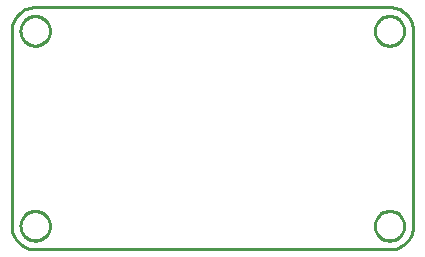
<source format=gbr>
G04 EAGLE Gerber RS-274X export*
G75*
%MOMM*%
%FSLAX34Y34*%
%LPD*%
%IN*%
%IPPOS*%
%AMOC8*
5,1,8,0,0,1.08239X$1,22.5*%
G01*
%ADD10C,0.254000*%


D10*
X0Y20000D02*
X76Y18257D01*
X304Y16527D01*
X681Y14824D01*
X1206Y13160D01*
X1874Y11548D01*
X2680Y10000D01*
X3617Y8528D01*
X4679Y7144D01*
X5858Y5858D01*
X7144Y4679D01*
X8528Y3617D01*
X10000Y2680D01*
X11548Y1874D01*
X13160Y1206D01*
X14824Y681D01*
X16527Y304D01*
X18257Y76D01*
X20000Y0D01*
X320000Y0D01*
X321743Y76D01*
X323473Y304D01*
X325176Y681D01*
X326840Y1206D01*
X328452Y1874D01*
X330000Y2680D01*
X331472Y3617D01*
X332856Y4679D01*
X334142Y5858D01*
X335321Y7144D01*
X336383Y8528D01*
X337321Y10000D01*
X338126Y11548D01*
X338794Y13160D01*
X339319Y14824D01*
X339696Y16527D01*
X339924Y18257D01*
X340000Y20000D01*
X340000Y185000D01*
X339924Y186743D01*
X339696Y188473D01*
X339319Y190176D01*
X338794Y191840D01*
X338126Y193452D01*
X337321Y195000D01*
X336383Y196472D01*
X335321Y197856D01*
X334142Y199142D01*
X332856Y200321D01*
X331472Y201383D01*
X330000Y202321D01*
X328452Y203126D01*
X326840Y203794D01*
X325176Y204319D01*
X323473Y204696D01*
X321743Y204924D01*
X320000Y205000D01*
X20000Y205000D01*
X18257Y204924D01*
X16527Y204696D01*
X14824Y204319D01*
X13160Y203794D01*
X11548Y203126D01*
X10000Y202321D01*
X8528Y201383D01*
X7144Y200321D01*
X5858Y199142D01*
X4679Y197856D01*
X3617Y196472D01*
X2680Y195000D01*
X1874Y193452D01*
X1206Y191840D01*
X681Y190176D01*
X304Y188473D01*
X76Y186743D01*
X0Y185000D01*
X0Y20000D01*
X32500Y19509D02*
X32423Y18530D01*
X32269Y17560D01*
X32040Y16604D01*
X31736Y15670D01*
X31361Y14763D01*
X30915Y13888D01*
X30401Y13050D01*
X29824Y12255D01*
X29186Y11508D01*
X28492Y10814D01*
X27745Y10176D01*
X26950Y9599D01*
X26112Y9085D01*
X25237Y8639D01*
X24330Y8264D01*
X23396Y7960D01*
X22441Y7731D01*
X21470Y7577D01*
X20491Y7500D01*
X19509Y7500D01*
X18530Y7577D01*
X17560Y7731D01*
X16604Y7960D01*
X15670Y8264D01*
X14763Y8639D01*
X13888Y9085D01*
X13050Y9599D01*
X12255Y10176D01*
X11508Y10814D01*
X10814Y11508D01*
X10176Y12255D01*
X9599Y13050D01*
X9085Y13888D01*
X8639Y14763D01*
X8264Y15670D01*
X7960Y16604D01*
X7731Y17560D01*
X7577Y18530D01*
X7500Y19509D01*
X7500Y20491D01*
X7577Y21470D01*
X7731Y22441D01*
X7960Y23396D01*
X8264Y24330D01*
X8639Y25237D01*
X9085Y26112D01*
X9599Y26950D01*
X10176Y27745D01*
X10814Y28492D01*
X11508Y29186D01*
X12255Y29824D01*
X13050Y30401D01*
X13888Y30915D01*
X14763Y31361D01*
X15670Y31736D01*
X16604Y32040D01*
X17560Y32269D01*
X18530Y32423D01*
X19509Y32500D01*
X20491Y32500D01*
X21470Y32423D01*
X22441Y32269D01*
X23396Y32040D01*
X24330Y31736D01*
X25237Y31361D01*
X26112Y30915D01*
X26950Y30401D01*
X27745Y29824D01*
X28492Y29186D01*
X29186Y28492D01*
X29824Y27745D01*
X30401Y26950D01*
X30915Y26112D01*
X31361Y25237D01*
X31736Y24330D01*
X32040Y23396D01*
X32269Y22441D01*
X32423Y21470D01*
X32500Y20491D01*
X32500Y19509D01*
X32500Y184509D02*
X32423Y183530D01*
X32269Y182560D01*
X32040Y181604D01*
X31736Y180670D01*
X31361Y179763D01*
X30915Y178888D01*
X30401Y178050D01*
X29824Y177255D01*
X29186Y176508D01*
X28492Y175814D01*
X27745Y175176D01*
X26950Y174599D01*
X26112Y174085D01*
X25237Y173639D01*
X24330Y173264D01*
X23396Y172960D01*
X22441Y172731D01*
X21470Y172577D01*
X20491Y172500D01*
X19509Y172500D01*
X18530Y172577D01*
X17560Y172731D01*
X16604Y172960D01*
X15670Y173264D01*
X14763Y173639D01*
X13888Y174085D01*
X13050Y174599D01*
X12255Y175176D01*
X11508Y175814D01*
X10814Y176508D01*
X10176Y177255D01*
X9599Y178050D01*
X9085Y178888D01*
X8639Y179763D01*
X8264Y180670D01*
X7960Y181604D01*
X7731Y182560D01*
X7577Y183530D01*
X7500Y184509D01*
X7500Y185491D01*
X7577Y186470D01*
X7731Y187441D01*
X7960Y188396D01*
X8264Y189330D01*
X8639Y190237D01*
X9085Y191112D01*
X9599Y191950D01*
X10176Y192745D01*
X10814Y193492D01*
X11508Y194186D01*
X12255Y194824D01*
X13050Y195401D01*
X13888Y195915D01*
X14763Y196361D01*
X15670Y196736D01*
X16604Y197040D01*
X17560Y197269D01*
X18530Y197423D01*
X19509Y197500D01*
X20491Y197500D01*
X21470Y197423D01*
X22441Y197269D01*
X23396Y197040D01*
X24330Y196736D01*
X25237Y196361D01*
X26112Y195915D01*
X26950Y195401D01*
X27745Y194824D01*
X28492Y194186D01*
X29186Y193492D01*
X29824Y192745D01*
X30401Y191950D01*
X30915Y191112D01*
X31361Y190237D01*
X31736Y189330D01*
X32040Y188396D01*
X32269Y187441D01*
X32423Y186470D01*
X32500Y185491D01*
X32500Y184509D01*
X332500Y184509D02*
X332423Y183530D01*
X332269Y182560D01*
X332040Y181604D01*
X331736Y180670D01*
X331361Y179763D01*
X330915Y178888D01*
X330401Y178050D01*
X329824Y177255D01*
X329186Y176508D01*
X328492Y175814D01*
X327745Y175176D01*
X326950Y174599D01*
X326112Y174085D01*
X325237Y173639D01*
X324330Y173264D01*
X323396Y172960D01*
X322441Y172731D01*
X321470Y172577D01*
X320491Y172500D01*
X319509Y172500D01*
X318530Y172577D01*
X317560Y172731D01*
X316604Y172960D01*
X315670Y173264D01*
X314763Y173639D01*
X313888Y174085D01*
X313050Y174599D01*
X312255Y175176D01*
X311508Y175814D01*
X310814Y176508D01*
X310176Y177255D01*
X309599Y178050D01*
X309085Y178888D01*
X308639Y179763D01*
X308264Y180670D01*
X307960Y181604D01*
X307731Y182560D01*
X307577Y183530D01*
X307500Y184509D01*
X307500Y185491D01*
X307577Y186470D01*
X307731Y187441D01*
X307960Y188396D01*
X308264Y189330D01*
X308639Y190237D01*
X309085Y191112D01*
X309599Y191950D01*
X310176Y192745D01*
X310814Y193492D01*
X311508Y194186D01*
X312255Y194824D01*
X313050Y195401D01*
X313888Y195915D01*
X314763Y196361D01*
X315670Y196736D01*
X316604Y197040D01*
X317560Y197269D01*
X318530Y197423D01*
X319509Y197500D01*
X320491Y197500D01*
X321470Y197423D01*
X322441Y197269D01*
X323396Y197040D01*
X324330Y196736D01*
X325237Y196361D01*
X326112Y195915D01*
X326950Y195401D01*
X327745Y194824D01*
X328492Y194186D01*
X329186Y193492D01*
X329824Y192745D01*
X330401Y191950D01*
X330915Y191112D01*
X331361Y190237D01*
X331736Y189330D01*
X332040Y188396D01*
X332269Y187441D01*
X332423Y186470D01*
X332500Y185491D01*
X332500Y184509D01*
X332500Y19509D02*
X332423Y18530D01*
X332269Y17560D01*
X332040Y16604D01*
X331736Y15670D01*
X331361Y14763D01*
X330915Y13888D01*
X330401Y13050D01*
X329824Y12255D01*
X329186Y11508D01*
X328492Y10814D01*
X327745Y10176D01*
X326950Y9599D01*
X326112Y9085D01*
X325237Y8639D01*
X324330Y8264D01*
X323396Y7960D01*
X322441Y7731D01*
X321470Y7577D01*
X320491Y7500D01*
X319509Y7500D01*
X318530Y7577D01*
X317560Y7731D01*
X316604Y7960D01*
X315670Y8264D01*
X314763Y8639D01*
X313888Y9085D01*
X313050Y9599D01*
X312255Y10176D01*
X311508Y10814D01*
X310814Y11508D01*
X310176Y12255D01*
X309599Y13050D01*
X309085Y13888D01*
X308639Y14763D01*
X308264Y15670D01*
X307960Y16604D01*
X307731Y17560D01*
X307577Y18530D01*
X307500Y19509D01*
X307500Y20491D01*
X307577Y21470D01*
X307731Y22441D01*
X307960Y23396D01*
X308264Y24330D01*
X308639Y25237D01*
X309085Y26112D01*
X309599Y26950D01*
X310176Y27745D01*
X310814Y28492D01*
X311508Y29186D01*
X312255Y29824D01*
X313050Y30401D01*
X313888Y30915D01*
X314763Y31361D01*
X315670Y31736D01*
X316604Y32040D01*
X317560Y32269D01*
X318530Y32423D01*
X319509Y32500D01*
X320491Y32500D01*
X321470Y32423D01*
X322441Y32269D01*
X323396Y32040D01*
X324330Y31736D01*
X325237Y31361D01*
X326112Y30915D01*
X326950Y30401D01*
X327745Y29824D01*
X328492Y29186D01*
X329186Y28492D01*
X329824Y27745D01*
X330401Y26950D01*
X330915Y26112D01*
X331361Y25237D01*
X331736Y24330D01*
X332040Y23396D01*
X332269Y22441D01*
X332423Y21470D01*
X332500Y20491D01*
X332500Y19509D01*
M02*

</source>
